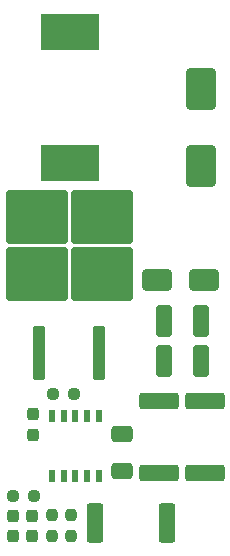
<source format=gtp>
G04 #@! TF.GenerationSoftware,KiCad,Pcbnew,8.0.0*
G04 #@! TF.CreationDate,2024-02-29T15:27:24+11:00*
G04 #@! TF.ProjectId,GingerLight,47696e67-6572-44c6-9967-68742e6b6963,rev?*
G04 #@! TF.SameCoordinates,Original*
G04 #@! TF.FileFunction,Paste,Top*
G04 #@! TF.FilePolarity,Positive*
%FSLAX46Y46*%
G04 Gerber Fmt 4.6, Leading zero omitted, Abs format (unit mm)*
G04 Created by KiCad (PCBNEW 8.0.0) date 2024-02-29 15:27:24*
%MOMM*%
%LPD*%
G01*
G04 APERTURE LIST*
G04 Aperture macros list*
%AMRoundRect*
0 Rectangle with rounded corners*
0 $1 Rounding radius*
0 $2 $3 $4 $5 $6 $7 $8 $9 X,Y pos of 4 corners*
0 Add a 4 corners polygon primitive as box body*
4,1,4,$2,$3,$4,$5,$6,$7,$8,$9,$2,$3,0*
0 Add four circle primitives for the rounded corners*
1,1,$1+$1,$2,$3*
1,1,$1+$1,$4,$5*
1,1,$1+$1,$6,$7*
1,1,$1+$1,$8,$9*
0 Add four rect primitives between the rounded corners*
20,1,$1+$1,$2,$3,$4,$5,0*
20,1,$1+$1,$4,$5,$6,$7,0*
20,1,$1+$1,$6,$7,$8,$9,0*
20,1,$1+$1,$8,$9,$2,$3,0*%
G04 Aperture macros list end*
%ADD10RoundRect,0.249999X-1.425001X0.450001X-1.425001X-0.450001X1.425001X-0.450001X1.425001X0.450001X0*%
%ADD11RoundRect,0.250000X0.300000X-2.050000X0.300000X2.050000X-0.300000X2.050000X-0.300000X-2.050000X0*%
%ADD12RoundRect,0.250000X2.375000X-2.025000X2.375000X2.025000X-2.375000X2.025000X-2.375000X-2.025000X0*%
%ADD13RoundRect,0.237500X0.250000X0.237500X-0.250000X0.237500X-0.250000X-0.237500X0.250000X-0.237500X0*%
%ADD14RoundRect,0.250000X0.412500X1.100000X-0.412500X1.100000X-0.412500X-1.100000X0.412500X-1.100000X0*%
%ADD15R,0.510000X1.100000*%
%ADD16RoundRect,0.250000X-1.000000X1.500000X-1.000000X-1.500000X1.000000X-1.500000X1.000000X1.500000X0*%
%ADD17RoundRect,0.237500X-0.237500X0.300000X-0.237500X-0.300000X0.237500X-0.300000X0.237500X0.300000X0*%
%ADD18RoundRect,0.237500X0.237500X-0.250000X0.237500X0.250000X-0.237500X0.250000X-0.237500X-0.250000X0*%
%ADD19RoundRect,0.250000X1.000000X0.650000X-1.000000X0.650000X-1.000000X-0.650000X1.000000X-0.650000X0*%
%ADD20RoundRect,0.237500X-0.237500X0.250000X-0.237500X-0.250000X0.237500X-0.250000X0.237500X0.250000X0*%
%ADD21R,5.000000X3.100000*%
%ADD22RoundRect,0.237500X-0.250000X-0.237500X0.250000X-0.237500X0.250000X0.237500X-0.250000X0.237500X0*%
%ADD23RoundRect,0.250000X-0.650000X0.412500X-0.650000X-0.412500X0.650000X-0.412500X0.650000X0.412500X0*%
%ADD24RoundRect,0.249999X0.450001X1.425001X-0.450001X1.425001X-0.450001X-1.425001X0.450001X-1.425001X0*%
G04 APERTURE END LIST*
D10*
G04 #@! TO.C,R502*
X158500000Y-120650000D03*
X158500000Y-126750000D03*
G04 #@! TD*
D11*
G04 #@! TO.C,Q1*
X144435000Y-116575000D03*
D12*
X144200000Y-109850000D03*
X149750000Y-109850000D03*
X144200000Y-105000000D03*
X149750000Y-105000000D03*
D11*
X149515000Y-116575000D03*
G04 #@! TD*
D13*
G04 #@! TO.C,R3*
X144002500Y-128627500D03*
X142177500Y-128627500D03*
G04 #@! TD*
D14*
G04 #@! TO.C,C202*
X158092500Y-113860000D03*
X154967500Y-113860000D03*
G04 #@! TD*
D15*
G04 #@! TO.C,U1*
X145500000Y-126950000D03*
X146500000Y-126950000D03*
X147500000Y-126950000D03*
X148500000Y-126950000D03*
X149500000Y-126950000D03*
X149500000Y-121850000D03*
X148500000Y-121850000D03*
X147500000Y-121850000D03*
X146500000Y-121850000D03*
X145500000Y-121850000D03*
G04 #@! TD*
D14*
G04 #@! TO.C,C201*
X158092500Y-117230000D03*
X154967500Y-117230000D03*
G04 #@! TD*
D16*
G04 #@! TO.C,C1*
X158100000Y-94192500D03*
X158100000Y-100692500D03*
G04 #@! TD*
D17*
G04 #@! TO.C,C302*
X142190000Y-130327500D03*
X142190000Y-132052500D03*
G04 #@! TD*
D18*
G04 #@! TO.C,R1*
X147100000Y-132082500D03*
X147100000Y-130257500D03*
G04 #@! TD*
D19*
G04 #@! TO.C,D1*
X158400000Y-110400000D03*
X154400000Y-110400000D03*
G04 #@! TD*
D20*
G04 #@! TO.C,R2*
X145510000Y-130257500D03*
X145510000Y-132082500D03*
G04 #@! TD*
D17*
G04 #@! TO.C,C301*
X143790000Y-130327500D03*
X143790000Y-132052500D03*
G04 #@! TD*
D21*
G04 #@! TO.C,L1*
X147000000Y-89350000D03*
X147000000Y-100450000D03*
G04 #@! TD*
D10*
G04 #@! TO.C,R501*
X154590000Y-120650000D03*
X154590000Y-126750000D03*
G04 #@! TD*
D22*
G04 #@! TO.C,R4*
X145587500Y-120000000D03*
X147412500Y-120000000D03*
G04 #@! TD*
D17*
G04 #@! TO.C,C5*
X143900000Y-121750000D03*
X143900000Y-123475000D03*
G04 #@! TD*
D23*
G04 #@! TO.C,C4*
X151440000Y-123440000D03*
X151440000Y-126565000D03*
G04 #@! TD*
D24*
G04 #@! TO.C,R6*
X155270000Y-130940000D03*
X149170000Y-130940000D03*
G04 #@! TD*
M02*

</source>
